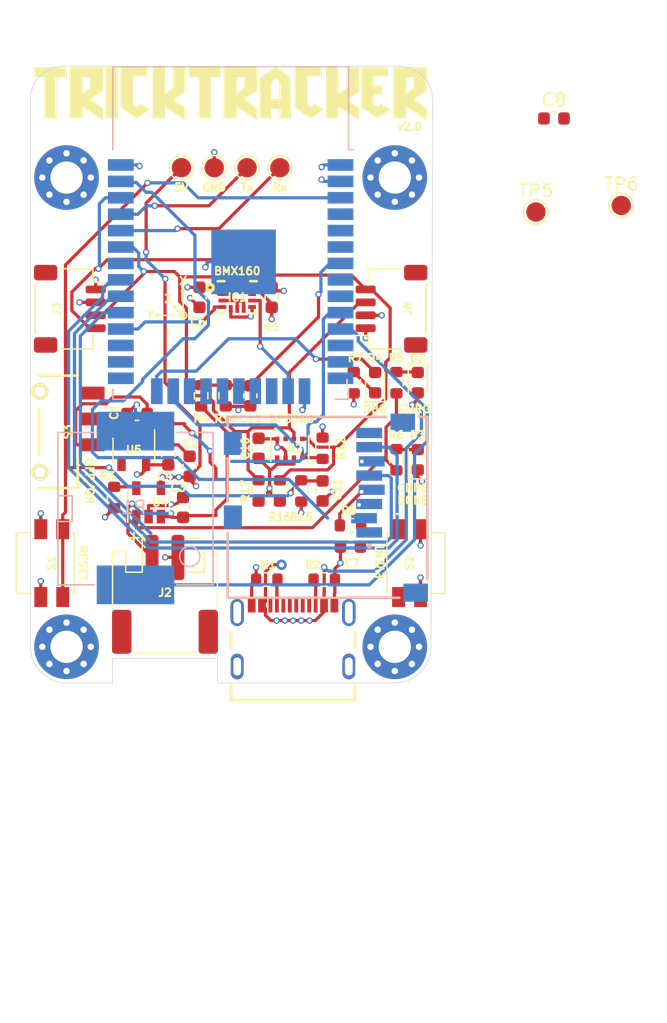
<source format=kicad_pcb>
(kicad_pcb (version 20211014) (generator pcbnew)
  (layers (0 "F.Cu" signal) (1 "In1.Cu" power) (2 "In2.Cu" power) (31 "B.Cu" signal) (34 "B.Paste" user) (35 "F.Paste" user) (36 "B.SilkS" user "B.Silkscreen") (37 "F.SilkS" user "F.Silkscreen") (38 "B.Mask" user) (39 "F.Mask" user) (44 "Edge.Cuts" user))
  (net 0 "")
  (net 1 "+3V3")
  (net 5 "GND")
  (net 6 "/VBUS")
  (net 7 "/VBAT")
  (net 8 "Net-(D2-Pad1)")
  (net 9 "Net-(D3-Pad2)")
  (net 12 "Net-(R3-Pad1)")
  (net 13 "/STAT")
  (net 15 "/SCL")
  (net 16 "/SDA")
  (net 17 "/BOOT")
  (net 18 "/PRESS_INT")
  (net 19 "/BTN")
  (net 20 "/Tx")
  (net 21 "/Rx")
  (net 24 "/EN")
  (net 26 "/BAT_SENS")
  (net 27 "Net-(J1-PadA5)")
  (net 28 "Net-(J1-PadB5)")
  (net 29 "Net-(D4-Pad2)")
  (net 30 "Net-(D4-Pad1)")
  (net 31 "/CS")
  (net 32 "/MOSI")
  (net 33 "/MISO")
  (net 34 "/SD_DETECT")
  (net 35 "/ESP_EN")
  (net 36 "Net-(P1-Pad1)")
  (net 41 "/CLK")
  (net 44 "/BMX_INT2")
  (net 45 "/BMX_INT1")
  (net 61 "unconnected-(J4-Pad1)")
  (net 65 "unconnected-(U3-Pad16)")
  (footprint "DPS368XTSA1:XDCR_DPS368XTSA1" (layer "F.Cu") (at 150.114 118.872 90)
    (fp_text reference "U2")
    (fp_text value "DPS368XTSA1")
  )
  (footprint "Package_TO_SOT_SMD:SOT-23-5" (layer "F.Cu") (at 139.192 123.063 90)
    (fp_text reference "U4")
    (fp_text value "MCP73831/OT")
  )
  (footprint "USB4105-GF-A:GCT_USB4105-GF-A" (layer "F.Cu") (at 150.368 135.763)
    (fp_text reference "J1" hide)
    (fp_text value "USB4105-GF-A")
  )
  (footprint "Connector_JST:JST_PH_S2B-PH-SM4-TB_1x02-1MP_P2.00mm_Horizontal" (layer "F.Cu") (at 140.462 130.175)
    (fp_text reference "J2")
    (fp_text value "S2B-PH-K")
  )
  (footprint "Capacitor_SMD:C_0603_1608Metric" (layer "F.Cu") (at 138.303 116.205 180)
    (fp_text reference "C1")
    (fp_text value "10µF")
  )
  (footprint "Capacitor_SMD:C_0603_1608Metric" (layer "F.Cu") (at 142.367 120.269 90)
    (fp_text reference "C2")
    (fp_text value "10µF")
  )
  (footprint "Capacitor_SMD:C_0603_1608Metric" (layer "F.Cu") (at 141.859 123.444 90)
    (fp_text reference "C3")
    (fp_text value "10µF")
  )
  (footprint "Capacitor_SMD:C_0603_1608Metric" (layer "F.Cu") (at 140.716 119.38 90)
    (fp_text reference "C4")
    (fp_text value "10µF")
  )
  (footprint "LED_SMD:LED_0603_1608Metric" (layer "F.Cu") (at 160.02 113.792 -90)
    (fp_text reference "D2")
    (fp_text value "RED")
  )
  (footprint "LED_SMD:LED_0603_1608Metric" (layer "F.Cu") (at 160.02 119.761 90)
    (fp_text reference "D3")
    (fp_text value "GREEN")
  )
  (footprint "Resistor_SMD:R_0603_1608Metric" (layer "F.Cu") (at 148.336 129.032)
    (fp_text reference "R1")
    (fp_text value "5k1")
  )
  (footprint "Resistor_SMD:R_0603_1608Metric" (layer "F.Cu") (at 152.781 129.032 180)
    (fp_text reference "R2")
    (fp_text value "5k1")
  )
  (footprint "Resistor_SMD:R_0603_1608Metric" (layer "F.Cu") (at 136.525 122.682 -90)
    (fp_text reference "R3")
    (fp_text value "2k")
  )
  (footprint "Resistor_SMD:R_0603_1608Metric" (layer "F.Cu") (at 158.369 113.792 90)
    (fp_text reference "R5")
    (fp_text value "1k")
  )
  (footprint "Resistor_SMD:R_0603_1608Metric" (layer "F.Cu") (at 158.369 119.761 90)
    (fp_text reference "R6")
    (fp_text value "1k")
  )
  (footprint "Package_TO_SOT_SMD:SOT-23-5" (layer "F.Cu") (at 138.049 118.999 -90)
    (fp_text reference "U5")
    (fp_text value "MIC5504-3.3YM5")
  )
  (footprint "Connector_JST:JST_SH_SM04B-SRSS-TB_1x04-1MP_P1.00mm_Horizontal" (layer "F.Cu") (at 133.096 108.077 -90)
    (fp_text reference "J3")
    (fp_text value "QWiiC")
  )
  (footprint "Capacitor_SMD:C_0603_1608Metric" (layer "F.Cu") (at 147.701 118.872 90)
    (fp_text reference "C10")
    (fp_text value "0.1µF")
  )
  (footprint "Capacitor_SMD:C_0603_1608Metric" (layer "F.Cu") (at 152.654 122.174 -90)
    (fp_text reference "C11")
    (fp_text value "0.1µF")
  )
  (footprint "Resistor_SMD:R_0603_1608Metric" (layer "F.Cu") (at 152.654 118.872 -90)
    (fp_text reference "R12")
    (fp_text value "100k")
  )
  (footprint "Resistor_SMD:R_0603_1608Metric" (layer "F.Cu") (at 151.003 122.174 -90)
    (fp_text reference "R15")
    (fp_text value "10k")
  )
  (footprint "Resistor_SMD:R_0603_1608Metric" (layer "F.Cu") (at 149.352 122.174 -90)
    (fp_text reference "R16")
    (fp_text value "10k")
  )
  (footprint "Resistor_SMD:R_0603_1608Metric" (layer "F.Cu") (at 147.701 122.174 -90)
    (fp_text reference "R17")
    (fp_text value "10k")
  )
  (footprint "EVQ-PUA02K:EVQPUA02K" (layer "F.Cu") (at 131.699 127.762 -90)
    (fp_text reference "S1")
    (fp_text value "EVQ-PUA02K" hide)
  )
  (footprint "EVQ-PUA02K:EVQPUA02K" (layer "F.Cu") (at 159.385 127.762 90)
    (fp_text reference "S2")
    (fp_text value "EVQ-PUA02K" hide)
  )
  (footprint "MountingHole:MountingHole_2.5mm_Pad_Via" (layer "F.Cu") (at 132.842 134.239)
    (fp_text reference "H1" hide)
    (fp_text value "MountingHole")
  )
  (footprint "MountingHole:MountingHole_2.5mm_Pad_Via" (layer "F.Cu") (at 158.242 134.239)
    (fp_text reference "H2" hide)
    (fp_text value "MountingHole")
  )
  (footprint "450405020524:450405020524" (layer "F.Cu") (at 132.207 117.602 -90)
    (fp_text reference "S3")
    (fp_text value "450405020524" hide)
  )
  (footprint "Capacitor_SMD:C_0603_1608Metric" (layer "F.Cu") (at 147.066 114.808 -90)
    (fp_text reference "C12")
    (fp_text value "0.1µF")
  )
  (footprint "Resistor_SMD:R_0603_1608Metric" (layer "F.Cu") (at 143.256 114.808 90)
    (fp_text reference "R4")
    (fp_text value "806k")
  )
  (footprint "Resistor_SMD:R_0603_1608Metric" (layer "F.Cu") (at 145.161 114.808 90)
    (fp_text reference "R18")
    (fp_text value "2M")
  )
  (footprint "LED_SMD:LED_0603_1608Metric" (layer "F.Cu") (at 156.718 113.792 90)
    (fp_text reference "D4")
    (fp_text value "GREEN")
  )
  (footprint "MountingHole:MountingHole_2.5mm_Pad_Via" (layer "F.Cu") (at 132.842 97.917)
    (fp_text reference "H3" hide)
    (fp_text value "MountingHole")
  )
  (footprint "MountingHole:MountingHole_2.5mm_Pad_Via" (layer "F.Cu") (at 158.242 97.917)
    (fp_text reference "H4" hide)
    (fp_text value "MountingHole")
  )
  (footprint "Resistor_SMD:R_0603_1608Metric" (layer "F.Cu") (at 155.067 113.792 90)
    (fp_text reference "R7")
    (fp_text value "470")
  )
  (footprint "Connector_JST:JST_SH_SM04B-SRSS-TB_1x04-1MP_P1.00mm_Horizontal" (layer "F.Cu") (at 157.988 108.077 90)
    (fp_text reference "J6")
    (fp_text value "QWiiC")
  )
  (footprint "TestPoint:TestPoint_Pad_D1.5mm" (layer "F.Cu") (at 141.732 97.155)
    (fp_text reference "TP1" hide)
    (fp_text value "TestPoint")
  )
  (footprint "TestPoint:TestPoint_Pad_D1.5mm" (layer "F.Cu") (at 144.272 97.155)
    (fp_text reference "TP2" hide)
    (fp_text value "TestPoint")
  )
  (footprint "TestPoint:TestPoint_Pad_D1.5mm" (layer "F.Cu") (at 149.352 97.155 90)
    (fp_text reference "TP4" hide)
    (fp_text value "TestPoint")
  )
  (footprint "logo:logo" (layer "F.Cu") (at 145.542 91.44)
    (fp_text reference "G***" hide)
    (fp_text value "LOGO" hide)
  )
  (footprint "TestPoint:TestPoint_Pad_D1.5mm" (layer "F.Cu") (at 146.812 97.155 90)
    (fp_text reference "TP3" hide)
    (fp_text value "TestPoint")
  )
  (footprint "Capacitor_SMD:C_0603_1608Metric" (layer "F.Cu") (at 148.717 107.188 90)
    (fp_text reference "C5")
    (fp_text value "0.1µF")
  )
  (footprint "Capacitor_SMD:C_0603_1608Metric" (layer "F.Cu") (at 143.129 107.188 90)
    (fp_text reference "C6")
    (fp_text value "0.1µF")
  )
  (footprint "BMX160:PQFN50P300X250X88-14N" (layer "F.Cu") (at 146.05 107.188)
    (fp_text reference "IC1")
    (fp_text value "BMX160" hide)
  )
  (footprint "Capacitor_SMD:C_0603_1608Metric" (layer "F.Cu") (at 154.813 126.492 180)
    (fp_text reference "C7")
    (fp_text value "0.1µF")
  )
  (footprint "Capacitor_SMD:C_0603_1608Metric" (layer "F.Cu") (at 170.561 93.345)
    (fp_text reference "C8")
    (fp_text value "10µF")
  )
  (footprint "TestPoint:TestPoint_Pad_D1.5mm" (layer "F.Cu") (at 175.768 100.076)
    (fp_text reference "TP6")
    (fp_text value "TestPoint")
  )
  (footprint "TestPoint:TestPoint_Pad_D1.5mm" (layer "F.Cu") (at 169.164 100.584)
    (fp_text reference "TP5")
    (fp_text value "TestPoint")
  )
  (footprint "Resistor_SMD:R_0603_1608Metric" (layer "F.Cu") (at 154.813 124.841 180)
    (fp_text reference "R8")
    (fp_text value "10k")
  )
  (footprint "MEM2061-01-188-00-A_REVA:GCT_MEM2061-01-188-00-A_REVA" (layer "B.Cu") (at 153.035 123.444 -90)
    (fp_text reference "J4")
    (fp_text value "MEM2061-01-188-00-A_REVA")
  )
  (footprint "SMTB-1240-S-R:SMTB-1240-S-R" (layer "B.Cu") (at 138.176 123.444)
    (fp_text reference "P1")
    (fp_text value "SMTB-1240-S-R")
  )
  (footprint "RF_Module:ESP32-WROOM-32" (layer "B.Cu") (at 145.542 105.199 180)
    (fp_text reference "U3" hide)
    (fp_text value "ESP32-WROOM-32")
  )
  (gr_line (start 141.732 106.68) (end 141.859 106.426) (layer "F.SilkS") (width 0.12))
  (gr_line (start 141.986 106.68) (end 141.732 106.68) (layer "F.SilkS") (width 0.12))
  (gr_line (start 141.351 108.585) (end 139.7 108.585) (layer "F.SilkS") (width 0.12))
  (gr_line (start 139.954 108.458) (end 139.954 108.712) (layer "F.SilkS") (width 0.12))
  (gr_line (start 139.7 108.585) (end 139.954 108.458) (layer "F.SilkS") (width 0.12))
  (gr_line (start 139.7 108.585) (end 139.954 108.712) (layer "F.SilkS") (width 0.12))
  (gr_line (start 139.954 108.712) (end 139.7 108.585) (layer "F.SilkS") (width 0.12))
  (gr_line (start 141.351 107.95) (end 141.097 107.823) (layer "F.SilkS") (width 0.12))
  (gr_line (start 141.859 108.077) (end 141.859 106.426) (layer "F.SilkS") (width 0.12))
  (gr_line (start 141.224 108.077) (end 141.351 107.95) (layer "F.SilkS") (width 0.12))
  (gr_line (start 141.097 107.823) (end 141.224 108.077) (layer "F.SilkS") (width 0.12))
  (gr_line (start 141.859 108.585) (end 141.097 107.823) (layer "F.SilkS") (width 0.12))
  (gr_circle (center 141.859 108.585) (end 141.859 108.712) (layer "F.SilkS") (width 0.12) (fill none))
  (gr_line (start 141.859 106.426) (end 141.986 106.68) (layer "F.SilkS") (width 0.12))
  (gr_line (start 141.859 106.426) (end 141.732 106.68) (layer "F.SilkS") (width 0.12))
  (gr_circle (center 141.859 108.585) (end 141.986 108.839) (layer "F.SilkS") (width 0.12) (fill none))
  (gr_line (start 130.048 134.239) (end 130.048 123.444) (layer "Edge.Cuts") (width 0.05))
  (gr_line (start 161.182146 91.948) (end 161.036 134.239) (layer "Edge.Cuts") (width 0.05))
  (gr_line (start 130.048 123.444) (end 130.048 117.348) (layer "Edge.Cuts") (width 0.05))
  (gr_line (start 130.048 117.348) (end 130.048 91.839051) (layer "Edge.Cuts") (width 0.05))
  (gr_line (start 144.526 135.128) (end 136.398 135.128) (layer "Edge.Cuts") (width 0.05))
  (gr_line (start 144.526 137.033) (end 144.526 137.033) (layer "Edge.Cuts") (width 0.05))
  (gr_line (start 144.526 137.033) (end 144.526 137.033) (layer "Edge.Cuts") (width 0.05))
  (gr_line (start 136.398 137.033) (end 132.842 137.033) (layer "Edge.Cuts") (width 0.05))
  (gr_line (start 144.526 135.128) (end 144.526 137.033) (layer "Edge.Cuts") (width 0.05))
  (gr_line (start 136.398 135.128) (end 136.398 137.033) (layer "Edge.Cuts") (width 0.05))
  (gr_line (start 132.588 89.299051) (end 158.369 89.299051) (layer "Edge.Cuts") (width 0.05))
  (gr_arc (start 130.048 91.839051) (mid 130.791949 90.043) (end 132.588 89.299051) (layer "Edge.Cuts") (width 0.05))
  (gr_arc (start 161.036 134.239) (mid 160.217656 136.214656) (end 158.242 137.033) (layer "Edge.Cuts") (width 0.05))
  (gr_line (start 158.242 137.033) (end 144.526 137.033) (layer "Edge.Cuts") (width 0.05))
  (gr_arc (start 158.369 89.299051) (mid 160.347653 90.015985) (end 161.182146 91.948) (layer "Edge.Cuts") (width 0.05))
  (gr_arc (start 132.842 137.033) (mid 130.866344 136.214656) (end 130.048 134.239) (layer "Edge.Cuts") (width 0.05))
  (gr_text "Rx" (at 149.352 98.679) (layer "F.SilkS") (effects (font (size 0.6 0.6))))
  (gr_text "EVENT" (at 157.099 127.635 90) (layer "F.SilkS") (effects (font (size 0.6 0.6))))
  (gr_text "v2.0" (at 159.385 93.98) (layer "F.SilkS") (effects (font (size 0.6 0.6))))
  (gr_text "CHRG" (at 159.766 115.824) (layer "F.SilkS") (effects (font (size 0.6 0.6))))
  (gr_text "Tx" (at 146.812 98.679) (layer "F.SilkS") (effects (font (size 0.6 0.6))))
  (gr_text "OFF/ON" (at 134.62 121.412 270) (layer "F.SilkS") (effects (font (size 0.6 0.6))))
  (gr_text "RESET" (at 134.112 127.762 270) (layer "F.SilkS") (effects (font (size 0.6 0.6))))
  (gr_text "DBG" (at 156.718 115.824) (layer "F.SilkS") (effects (font (size 0.6 0.6))))
  (gr_text "GND" (at 144.272 98.679) (layer "F.SilkS") (effects (font (size 0.6 0.6))))
  (gr_text "Z" (at 140.716 107.315) (layer "F.SilkS") (effects (font (size 0.6 0.6))))
  (gr_text "X" (at 141.859 105.918) (layer "F.SilkS") (effects (font (size 0.6 0.6))))
  (gr_text "BMX160" (at 146.05 105.156) (layer "F.SilkS") (effects (font (size 0.6 0.6))))
  (gr_text "+" (at 138.049 125.73) (layer "F.SilkS") (effects (font (size 1 1))))
  (gr_text "Y" (at 139.319 108.585) (layer "F.SilkS") (effects (font (size 0.6 0.6))))
  (gr_text "DPS368" (at 150.241 116.586) (layer "F.SilkS") (effects (font (size 0.6 0.6))))
  (gr_text "CHRG\nDONE" (at 159.639 122.428) (layer "F.SilkS") (effects (font (size 0.6 0.6))))
  (gr_text "-" (at 142.748 125.73) (layer "F.SilkS") (effects (font (size 1 1))))
  (gr_text "5V" (at 141.732 98.679) (layer "F.SilkS") (effects (font (size 0.6 0.6))))
  (segment (start 155.992 108.581) (end 155.988 108.577) (width 0.25) (layer "F.Cu") (net 1))
  (segment (start 149.139 120.0972) (end 149.1391 120.0973) (width 0.25) (layer "F.Cu") (net 1))
  (segment (start 148.717 107.6802) (end 147.9157 106.8789) (width 0.25) (layer "F.Cu") (net 1))
  (segment (start 149.352 122.999) (end 148.5265 122.1735) (width 0.25) (layer "F.Cu") (net 1))
  (segment (start 150.439 119.597) (end 150.439 120.0973) (width 0.25) (layer "F.Cu") (net 1))
  (segment (start 148.7395 120.4968) (end 149.139 120.0973) (width 0.25) (layer "F.Cu") (net 1))
  (segment (start 145.55 108.088) (end 145.55 108.7133) (width 0.25) (layer "F.Cu") (net 1))
  (segment (start 138.5953 120.8945) (end 138.2966 120.8945) (width 0.25) (layer "F.Cu") (net 1))
  (segment (start 148.717 108.8733) (end 148.717 107.963) (width 0.25) (layer "F.Cu") (net 1))
  (segment (start 148.5265 122.1735) (end 148.5508 122.1492) (width 0.25) (layer "F.Cu") (net 1))
  (segment (start 149.1391 120.0973) (end 150.439 120.0973) (width 0.25) (layer "F.Cu") (net 1))
  (segment (start 148.5265 122.1735) (end 147.701 122.999) (width 0.25) (layer "F.Cu") (net 1))
  (segment (start 139.055 120.155) (end 140.716 120.155) (width 0.25) (layer "F.Cu") (net 1))
  (segment (start 147.0063 108.574) (end 147.0984 108.6661) (width 0.25) (layer "F.Cu") (net 1))
  (segment (start 146.801 105.9233) (end 146.55 106.1743) (width 0.25) (layer "F.Cu") (net 1))
  (segment (start 149.139 119.9847) (end 149.139 120.0972) (width 0.25) (layer "F.Cu") (net 1))
  (segment (start 147.9157 106.2354) (end 147.6036 105.9233) (width 0.25) (layer "F.Cu") (net 1))
  (segment (start 148.5508 120.4968) (end 147.701 119.647) (width 0.25) (layer "F.Cu") (net 1))
  (segment (start 138.999 120.099) (end 139.055 120.155) (width 0.25) (layer "F.Cu") (net 1))
  (segment (start 149.139 120.0972) (end 149.139 120.0973) (width 0.25) (layer "F.Cu") (net 1))
  (segment (start 138.999 120.099) (end 138.999 120.4908) (width 0.25) (layer "F.Cu") (net 1))
  (segment (start 149.139 119.597) (end 149.139 119.9847) (width 0.25) (layer "F.Cu") (net 1))
  (segment (start 148.717 107.963) (end 148.717 107.6802) (width 0.25) (layer "F.Cu") (net 1))
  (segment (start 146.867 108.7133) (end 147.0063 108.574) (width 0.25) (layer "F.Cu") (net 1))
  (segment (start 148.5508 120.4968) (end 148.7395 120.4968) (width 0.25) (layer "F.Cu") (net 1))
  (segment (start 146.55 106.1743) (end 146.55 106.288) (width 0.25) (layer "F.Cu") (net 1))
  (segment (start 147.9157 106.8789) (end 147.9157 106.2354) (width 0.25) (layer "F.Cu") (net 1))
  (segment (start 151.003 123.8517) (end 151.003 122.999) (width 0.25) (layer "F.Cu") (net 1))
  (segment (start 147.0063 108.574) (end 147.2 108.3803) (width 0.25) (layer "F.Cu") (net 1))
  (segment (start 153.988 123.9286) (end 153.988 124.841) (width 0.25) (layer "F.Cu") (net 1))
  (segment (start 148.5508 121.968) (end 148.5508 120.4968) (width 0.25) (layer "F.Cu") (net 1))
  (segment (start 147.6036 105.9233) (end 146.801 105.9233) (width 0.25) (layer "F.Cu") (net 1))
  (segment (start 157.2242 108.581) (end 155.992 108.581) (width 0.25) (layer "F.Cu") (net 1))
  (segment (start 148.5508 122.1492) (end 148.5508 121.968) (width 0.25) (layer "F.Cu") (net 1))
  (segment (start 145.55 108.7133) (end 146.867 108.7133) (width 0.25) (layer "F.Cu") (net 1))
  (segment (start 155.6771 122.2395) (end 153.988 123.9286) (width 0.25) (layer "F.Cu") (net 1))
  (segment (start 147.2 108.3803) (end 147.2 107.938) (width 0.25) (layer "F.Cu") (net 1))
  (segment (start 138.999 120.4908) (end 138.5953 120.8945) (width 0.25) (layer "F.Cu") (net 1))
  (segment (start 143.129 107.963) (end 142.4064 107.2404) (width 0.25) (layer "F.Cu") (net 1))
  (segment (start 135.096 107.577) (end 133.8505 107.577) (width 0.25) (layer "F.Cu") (net 1))
  (via (at 157.2242 108.581) (size 0.5) (drill 0.3) (layers "F.Cu" "B.Cu") (net 1))
  (via (at 155.6771 122.2395) (size 0.5) (drill 0.3) (layers "F.Cu" "B.Cu") (net 1))
  (via (at 152.5778 98.0751) (size 0.5) (drill 0.3) (layers "F.Cu" "B.Cu") (net 1))
  (via (at 148.717 108.8733) (size 0.5) (drill 0.3) (layers "F.Cu" "B.Cu") (net 1))
  (via (at 151.003 123.8517) (size 0.5) (drill 0.3) (layers "F.Cu" "B.Cu") (net 1))
  (via (at 148.5508 121.968) (size 0.5) (drill 0.3) (layers "F.Cu" "B.Cu") (net 1))
  (via (at 147.0984 108.6661) (size 0.5) (drill 0.3) (layers "F.Cu" "B.Cu") (net 1))
  (via (at 133.8505 107.577) (size 0.5) (drill 0.3) (layers "F.Cu" "B.Cu") (net 1))
  (via (at 142.4064 107.2404) (size 0.5) (drill 0.3) (layers "F.Cu" "B.Cu") (net 1))
  (via (at 138.2966 120.8945) (size 0.5) (drill 0.3) (layers "F.Cu" "B.Cu") (net 1))
  (segment (start 154.042 98.214) (end 152.7167 98.214) (width 0.25) (layer "B.Cu") (net 1))
  (segment (start 155.8197 122.0969) (end 155.8197 122.084) (width 0.25) (layer "B.Cu") (net 1))
  (segment (start 155.6771 122.2395) (end 155.8197 122.0969) (width 0.25) (layer "B.Cu") (net 1))
  (segment (start 156.895 122.084) (end 155.8197 122.084) (width 0.25) (layer "B.Cu") (net 1))
  (segment (start 152.7167 98.214) (end 152.5778 98.0751) (width 0.25) (layer "B.Cu") (net 1))
  (segment (start 155.988 110.3437) (end 155.988 109.577) (width 0.25) (layer "F.Cu") (net 5))
  (segment (start 146.55 108.088) (end 146.55 107.4627) (width 0.25) (layer "F.Cu") (net 5))
  (segment (start 155.067 115.4743) (end 155.067 114.617) (width 0.25) (layer "F.Cu") (net 5))
  (segment (start 138.2781 115.4951) (end 138.2379 115.4951) (width 0.25) (layer "F.Cu") (net 5))
  (segment (start 138.049 117.899) (end 138.049 118.7543) (width 0.25) (layer "F.Cu") (net 5))
  (segment (start 144.9 107.438) (end 145.5253 107.438) (width 0.25) (layer "F.Cu") (net 5))
  (segment (start 139.192 123.3077) (end 140.824 123.3077) (width 0.25) (layer "F.Cu") (net 5))
  (segment (start 140.716 118.605) (end 141.478 118.605) (width 0.25) (layer "F.Cu") (net 5))
  (segment (start 147.016 115.633) (end 147.066 115.583) (width 0.25) (layer "F.Cu") (net 5))
  (segment (start 135.096 106.577) (end 135.096 105.8229) (width 0.25) (layer "F.Cu") (net 5))
  (segment (start 146.0253 107.438) (end 146.05 107.4627) (width 0.25) (layer "F.Cu") (net 5))
  (segment (start 149.1592 118.6675) (end 149.139 118.6473) (width 0.25) (layer "F.Cu") (net 5))
  (segment (start 153.606 129.032) (end 153.606 130.0697) (width 0.25) (layer "F.Cu") (net 5))
  (segment (start 137.528 116.205) (end 138.049 116.726) (width 0.25) (layer "F.Cu") (net 5))
  (segment (start 135.8224 124.2096) (end 136.525 123.507) (width 0.25) (layer "F.Cu") (net 5))
  (segment (start 146.05 108.088) (end 146.05 107.4627) (width 0.25) (layer "F.Cu") (net 5))
  (segment (start 139.192 124.163) (end 139.192 123.3077) (width 0.25) (layer "F.Cu") (net 5))
  (segment (start 145.5253 107.438) (end 146.0253 107.438) (width 0.25) (layer "F.Cu") (net 5))
  (segment (start 141.3214 123.2066) (end 140.9251 123.2066) (width 0.25) (layer "F.Cu") (net 5))
  (segment (start 149.5081 118.8158) (end 149.1592 118.8158) (width 0.25) (layer "F.Cu") (net 5))
  (segment (start 144.2497 106.413) (end 144.2747 106.438) (width 0.25) (layer "F.Cu") (net 5))
  (segment (start 140.824 123.3077) (end 140.9251 123.2066) (width 0.25) (layer "F.Cu") (net 5))
  (segment (start 147.511 129.032) (end 147.511 128.0861) (width 0.25) (layer "F.Cu") (net 5))
  (segment (start 153.606 130.0697) (end 153.568 130.1077) (width 0.25) (layer "F.Cu") (net 5))
  (segment (start 141.478 118.605) (end 142.367 119.494) (width 0.25) (layer "F.Cu") (net 5))
  (segment (start 146.1346 115.633) (end 147.016 115.633) (width 0.25) (layer "F.Cu") (net 5))
  (segment (start 141.462 127.325) (end 141.4472 127.3102) (width 0.25) (layer "F.Cu") (net 5))
  (segment (start 160.02 121.1141) (end 160.3471 121.4412) (width 0.25) (layer "F.Cu") (net 5))
  (segment (start 130.849 129.159) (end 130.849 130.387) (width 0.25) (layer "F.Cu") (net 5))
  (segment (start 144.272 97.155) (end 144.272 95.9547) (width 0.25) (layer "F.Cu") (net 5))
  (segment (start 144.7437 106.938) (end 144.9 106.938) (width 0.25) (layer "F.Cu") (net 5))
  (segment (start 138.2379 115.4951) (end 137.528 116.205) (width 0.25) (layer "F.Cu") (net 5))
  (segment (start 160.235 125.137) (end 160.235 126.2373) (width 0.25) (layer "F.Cu") (net 5))
  (segment (start 149.1592 118.8158) (end 149.1592 118.6675) (width 0.25) (layer "F.Cu") (net 5))
  (segment (start 149.789 119.0967) (end 149.5081 118.8158) (width 0.25) (layer "F.Cu") (net 5))
  (segment (start 147.168 129.375) (end 147.168 131.008) (width 0.25) (layer "F.Cu") (net 5))
  (segment (start 130.849 125.137) (end 130.849 123.9112) (width 0.25) (layer "F.Cu") (net 5))
  (segment (start 141.4472 127.3102) (end 140.4752 127.3102) (width 0.25) (layer "F.Cu") (net 5))
  (segment (start 145.161 115.633) (end 146.1346 115.633) (width 0.25) (layer "F.Cu") (net 5))
  (segment (start 149.139 118.147) (end 149.139 118.6473) (width 0.25) (layer "F.Cu") (net 5))
  (segment (start 153.606 128.1919) (end 153.606 129.032) (width 0.25) (layer "F.Cu") (net 5))
  (segment (start 147.511 129.032) (end 147.168 129.375) (width 0.25) (layer "F.Cu") (net 5))
  (segment (start 143.129 106.413) (end 142.2025 106.413) (width 0.25) (layer "F.Cu") (net 5))
  (segment (start 149.789 119.597) (end 149.789 119.0967) (width 0.25) (layer "F.Cu") (net 5))
  (segment (start 149.139 118.147) (end 147.751 118.147) (width 0.25) (layer "F.Cu") (net 5))
  (segment (start 147.751 118.147) (end 147.701 118.097) (width 0.25) (layer "F.Cu") (net 5))
  (segment (start 152.6826 122.949) (end 152.654 122.949) (width 0.25) (layer "F.Cu") (net 5))
  (segment (start 152.654 117.1956) (end 152.654 118.047) (width 0.25) (layer "F.Cu") (net 5))
  (segment (start 138.049 116.726) (end 138.049 117.899) (width 0.25) (layer "F.Cu") (net 5))
  (segment (start 145.5253 106.938) (end 145.5253 107.438) (width 0.25) (layer "F.Cu") (net 5))
  (segment (start 144.7437 106.938) (end 144.5874 106.938) (width 0.25) (layer "F.Cu") (net 5))
  (segment (start 154.038 126.492) (end 154.038 127.7599) (width 0.25) (layer "F.Cu") (net 5))
  (segment (start 144.5874 106.438) (end 144.2747 106.438) (width 0.25) (layer "F.Cu") (net 5))
  (segment (start 144.5874 106.438) (end 144.5874 106.938) (width 0.25) (layer "F.Cu") (net 5))
  (segment (start 160.235 128.8769) (end 160.235 130.387) (width 0.25) (layer "F.Cu") (net 5))
  (segment (start 141.859 122.669) (end 141.3214 123.2066) (width 0.25) (layer "F.Cu") (net 5))
  (segment (start 144.9 106.938) (end 145.5253 106.938) (width 0.25) (layer "F.Cu") (net 5))
  (segment (start 140.5667 118.7543) (end 140.716 118.605) (width 0.25) (layer "F.Cu") (net 5))
  (segment (start 149.6452 106.6872) (end 148.9912 106.6872) (width 0.25) (layer "F.Cu") (net 5))
  (segment (start 138.049 118.7543) (end 140.5667 118.7543) (width 0.25) (layer "F.Cu") (net 5))
  (segment (start 148.9912 106.6872) (end 148.717 106.413) (width 0.25) (layer "F.Cu") (net 5))
  (segment (start 160.02 120.5485) (end 160.02 121.1141) (width 0.25) (layer "F.Cu") (net 5))
  (segment (start 153.3923 122.2393) (end 152.6826 122.949) (width 0.25) (layer "F.Cu") (net 5))
  (segment (start 153.568 131.008) (end 153.568 130.1077) (width 0.25) (layer "F.Cu") (net 5))
  (segment (start 154.038 127.7599) (end 153.606 128.1919) (width 0.25) (layer "F.Cu") (net 5))
  (segment (start 146.1346 115.9148) (end 146.1346 115.633) (width 0.25) (layer "F.Cu") (net 5))
  (segment (start 143.129 106.413) (end 144.2497 106.413) (width 0.25) (layer "F.Cu") (net 5))
  (segment (start 144.9 106.438) (end 144.5874 106.438) (width 0.25) (layer "F.Cu") (net 5))
  (segment (start 160.235 126.2373) (end 160.235 126.3924) (width 0.25) (layer "F.Cu") (net 5))
  (segment (start 146.05 107.4627) (end 146.55 107.4627) (width 0.25) (layer "F.Cu") (net 5))
  (via (at 149.1592 118.8158) (size 0.5) (drill 0.3) (layers "F.Cu" "B.Cu") (net 5))
  (via (at 155.067 115.4743) (size 0.5) (drill 0.3) (layers "F.Cu" "B.Cu") (net 5))
  (via (at 154.038 127.7599) (size 0.5) (drill 0.3) (layers "F.Cu" "B.Cu") (net 5))
  (via (at 151.0918 115.9043) (size 0.5) (drill 0.3) (layers "F.Cu" "B.Cu") (net 5))
  (via (at 153.3923 122.2393) (size 0.5) (drill 0.3) (layers "F.Cu" "B.Cu") (net 5))
  (via (at 135.096 105.8229) (size 0.5) (drill 0.3) (layers "F.Cu" "B.Cu") (net 5))
  (via (at 155.6901 119.8943) (size 0.5) (drill 0.3) (layers "F.Cu" "B.Cu") (net 5))
  (via (at 140.9251 123.2066) (size 0.5) (drill 0.3) (layers "F.Cu" "B.Cu") (net 5))
  (via (at 138.4923 97.028) (size 0.5) (drill 0.3) (layers "F.Cu" "B.Cu") (net 5))
  (via (at 140.4752 127.3102) (size 0.5) (drill 0.3) (layers "F.Cu" "B.Cu") (net 5))
  (via (at 146.1346 115.9148) (size 0.5) (drill 0.3) (layers "F.Cu" "B.Cu") (net 5))
  (via (at 135.8224 124.2096) (size 0.5) (drill 0.3) (layers "F.Cu" "B.Cu") (net 5))
  (via (at 130.849 123.9112) (size 0.5) (drill 0.3) (layers "F.Cu" "B.Cu") (net 5))
  (via (at 160.235 128.8769) (size 0.5) (drill 0.3) (layers "F.Cu" "B.Cu") (net 5))
  (via (at 155.988 110.3437) (size 0.5) (drill 0.3) (layers "F.Cu" "B.Cu") (net 5))
  (via (at 138.2781 115.4951) (size 0.5) (drill 0.3) (layers "F.Cu" "B.Cu") (net 5))
  (via (at 149.6452 106.6872) (size 0.5) (drill 0.3) (layers "F.Cu" "B.Cu") (net 5))
  (via (at 147.511 128.0861) (size 0.5) (drill 0.3) (layers "F.Cu" "B.Cu") (net 5))
  (via (at 143.5889 104.8523) (size 0.5) (drill 0.3) (layers "F.Cu" "B.Cu") (net 5))
  (via (at 142.2025 106.413) (size 0.5) (drill 0.3) (layers "F.Cu" "B.Cu") (net 5))
  (via (at 152.582 97.1071) (size 0.5) (drill 0.3) (layers "F.Cu" "B.Cu") (net 5))
  (via (at 152.654 117.1956) (size 0.5) (drill 0.3) (layers "F.Cu" "B.Cu") (net 5))
  (via (at 160.235 126.3924) (size 0.5) (drill 0.3) (layers "F.Cu" "B.Cu") (net 5))
  (via (at 144.272 95.9547) (size 0.5) (drill 0.3) (layers "F.Cu" "B.Cu") (net 5))
  (via (at 130.849 129.159) (size 0.5) (drill 0.3) (layers "F.Cu" "B.Cu") (net 5))
  (via (at 160.3471 121.4412) (size 0.5) (drill 0.3) (layers "F.Cu" "B.Cu") (net 5))
  (segment (start 155.8094 119.8943) (end 155.8197 119.884) (width 0.25) (layer "B.Cu") (net 5))
  (segment (start 152.582 97.1071) (end 152.7167 96.9724) (width 0.25) (layer "B.Cu") (net 5))
  (segment (start 143.7167 104.7245) (end 143.7167 104.444) (width 0.25) (layer "B.Cu") (net 5))
  (segment (start 151.2168 115.7793) (end 151.257 115.7793) (width 0.25) (layer "B.Cu") (net 5))
  (segment (start 156.895 119.884) (end 155.8197 119.884) (width 0.25) (layer "B.Cu") (net 5))
  (segment (start 138.176 117.544) (end 138.176 115.7187) (width 0.25) (layer "B.Cu") (net 5))
  (segment (start 151.0918 115.9043) (end 151.2168 115.7793) (width 0.25) (layer "B.Cu") (net 5))
  (segment (start 138.4923 97.028) (end 138.4083 96.944) (width 0.25) (layer "B.Cu") (net 5))
  (segment (start 143.5889 104.8523) (end 143.7167 104.7245) (width 0.25) (layer "B.Cu") (net 5))
  (segment (start 151.257 114.454) (end 151.257 115.7793) (width 0.25) (layer "B.Cu") (net 5))
  (segment (start 152.7167 96.9724) (end 152.7167 96.944) (width 0.25) (layer "B.Cu") (net 5))
  (segment (start 155.6901 119.8943) (end 155.8094 119.8943) (width 0.25) (layer "B.Cu") (net 5))
  (segment (start 154.042 96.944) (end 152.7167 96.944) (width 0.25) (layer "B.Cu") (net 5))
  (segment (start 138.4083 96.944) (end 137.042 96.944) (width 0.25) (layer "B.Cu") (net 5))
  (segment (start 138.2781 115.4951) (end 138.2781 115.6166) (width 0.25) (layer "B.Cu") (net 5))
  (segment (start 146.542 104.444) (end 143.7167 104.444) (width 0.25) (layer "B.Cu") (net 5))
  (segment (start 138.2781 115.6166) (end 138.176 115.7187) (width 0.25) (layer "B.Cu") (net 5))
  (segment (start 148.642978 132.207) (end 149.098 132.207) (width 0.25) (layer "F.Cu") (net 6))
  (segment (start 147.968 131.008) (end 148.243489 131.283489) (width 0.25) (layer "F.Cu") (net 6))
  (segment (start 143.1683 117.1166) (end 143.1683 120.2427) (width 0.25) (layer "F.Cu") (net 6))
  (segment (start 142.367 121.044) (end 142.367 121.303377) (width 0.25) (layer "F.Cu") (net 6))
  (segment (start 152.093022 132.207) (end 152.768 131.532022) (width 0.25) (layer "F.Cu") (net 6))
  (segment (start 160.02 115.0788) (end 159.5882 115.5106) (width 0.25) (layer "F.Cu") (net 6))
  (segment (start 141.5283 121.1077) (end 142.3033 121.1077) (width 0.25) (layer "F.Cu") (net 6))
  (segment (start 141.097 114.4252) (end 141.097 115.0453) (width 0.25) (layer "F.Cu") (net 6))
  (segment (start 142.3033 121.1077) (end 142.367 121.044) (width 0.25) (layer "F.Cu") (net 6))
  (segment (start 151.638 132.207) (end 152.093022 132.207) (width 0.25) (layer "F.Cu") (net 6))
  (segment (start 148.23552 130.74048) (end 148.23552 128.427137) (width 0.25) (layer "F.Cu") (net 6))
  (segment (start 150.368 132.207) (end 151.003 132.207) (width 0.25) (layer "F.Cu") (net 6))
  (segment (start 141.097 114.4252) (end 140.462 113.7902) (width 0.25) (layer "F.Cu") (net 6))
  (segment (start 148.23552 128.427137) (end 148.773657 127.889) (width 0.25) (layer "F.Cu") (net 6))
  (segment (start 152.768 131.008) (end 152.768 130.1077) (width 0.25) (layer "F.Cu") (net 6))
  (segment (start 140.462 113.7902) (end 140.462 105.7842) (width 0.25) (layer "F.Cu") (net 6))
  (segment (start 149.098 132.207) (end 149.733 132.207) (width 0.25) (layer "F.Cu") (net 6))
  (segment (start 139.0003 103.6877) (end 139.0003 99.8867) (width 0.25) (layer "F.Cu") (net 6))
  (segment (start 139.0003 99.8867) (end 141.732 97.155) (width 0.25) (layer "F.Cu") (net 6))
  (segment (start 140.142 121.1077) (end 140.2583 121.1077) (width 0.25) (layer "F.Cu") (net 6))
  (segment (start 148.243489 131.807511) (end 148.642978 132.207) (width 0.25) (layer "F.Cu") (net 6))
  (segment (start 147.968 131.008) (end 148.23552 130.74048) (width 0.25) (layer "F.Cu") (net 6))
  (segment (start 152.781 130.0947) (end 152.768 130.1077) (width 0.25) (layer "F.Cu") (net 6))
  (segment (start 142.367 121.303377) (end 142.869245 121.805622) (width 0.25) (layer "F.Cu") (net 6))
  (segment (start 152.768 131.532022) (end 152.768 131.008) (width 0.25) (layer "F.Cu") (net 6))
  (segment (start 141.097 114.17) (end 141.097 114.4252) (width 0.25) (layer "F.Cu") (net 6))
  (segment (start 140.142 121.963) (end 140.142 121.1077) (width 0.25) (layer "F.Cu") (net 6))
  (segment (start 151.003 132.207) (end 151.638 132.207) (width 0.25) (layer "F.Cu") (net 6))
  (segment (start 143.1683 120.2427) (end 142.367 121.044) (width 0.25) (layer "F.Cu") (net 6))
  (segment (start 141.097 115.0453) (end 143.1683 117.1166) (width 0.25) (layer "F.Cu") (net 6))
  (segment (start 140.2583 121.1077) (end 140.8933 121.1077) (width 0.25) (layer "F.Cu") (net 6))
  (segment (start 140.8933 121.1077) (end 141.5283 121.1077) (width 0.25) (layer "F.Cu") (net 6))
  (segment (start 140.462 105.7842) (end 140.4822 105.764) (width 0.25) (layer "F.Cu") (net 6))
  (segment (start 148.243489 131.283489) (end 148.243489 131.807511) (width 0.25) (layer "F.Cu") (net 6))
  (segment (start 149.733 132.207) (end 150.368 132.207) (width 0.25) (layer "F.Cu") (net 6))
  (segment (start 148.773657 127.889) (end 149.479 127.889) (width 0.25) (layer "F.Cu") (net 6))
  (segment (start 152.781 128.0806) (end 152.781 130.0947) (width 0.25) (layer "F.Cu") (net 6))
  (segment (start 160.02 114.5795) (end 160.02 115.0788) (width 0.25) (layer "F.Cu") (net 6))
  (via (at 140.8933 121.1077) (size 0.5) (drill 0.3) (layers "F.Cu" "B.Cu") (net 6))
  (via (at 151.638 132.207) (size 0.5) (drill 0.3) (layers "F.Cu" "B.Cu") (net 6))
  (via (at 151.003 132.207) (size 0.5) (drill 0.3) (layers "F.Cu" "B.Cu") (net 6))
  (via (at 140.4822 105.764) (size 0.5) (drill 0.3) (layers "F.Cu" "B.Cu") (net 6))
  (via (at 149.479 127.889) (size 0.8) (drill 0.4) (layers "F.Cu" "B.Cu") (net 6))
  (via (at 149.733 132.207) (size 0.5) (drill 0.3) (layers "F.Cu" "B.Cu") (net 6))
  (via (at 159.5882 115.5106) (size 0.5) (drill 0.3) (layers "F.Cu" "B.Cu") (net 6))
  (via (at 139.0003 103.6877) (size 0.5) (drill 0.3) (layers "F.Cu" "B.Cu") (net 6))
  (via (at 142.869245 121.805622) (size 0.5) (drill 0.3) (layers "F.Cu" "B.Cu") (net 6))
  (via (at 149.098 132.207) (size 0.5) (drill 0.3) (layers "F.Cu" "B.Cu") (net 6))
  (via (at 140.2583 121.1077) (size 0.5) (drill 0.3) (layers "F.Cu" "B.Cu") (net 6))
  (via (at 150.368 132.207) (size 0.5) (drill 0.3) (layers "F.Cu" "B.Cu") (net 6))
  (via (at 141.5283 121.1077) (size 0.5) (drill 0.3) (layers "F.Cu" "B.Cu") (net 6))
  (via (at 152.781 128.0806) (size 0.5) (drill 0.3) (layers "F.Cu" "B.Cu") (net 6))
  (segment (start 156.6945 128.3799) (end 159.1307 125.9437) (width 0.25) (layer "B.Cu") (net 6))
  (segment (start 159.1307 125.9437) (end 159.1307 118.8634) (width 0.25) (layer "B.Cu") (net 6))
  (segment (start 139.0003 104.2821) (end 139.0003 103.6877) (width 0.25) (layer "B.Cu") (net 6))
  (segment (start 140.4822 105.764) (end 139.0003 104.2821) (width 0.25) (layer "B.Cu") (net 6))
  (segment (start 160.2999 116.0471) (end 159.7634 115.5106) (width 0.25) (layer "B.Cu") (net 6))
  (segment (start 152.781 128.0806) (end 153.0803 128.3799) (width 0.25) (layer "B.Cu") (net 6))
  (segment (start 159.1307 118.8634) (end 160.2999 117.6942) (width 0.25) (layer "B.Cu") (net 6))
  (segment (start 159.7634 115.5106) (end 159.5882 115.5106) (width 0.25) (layer "B.Cu") (net 6))
  (segment (start 153.0803 128.3799) (end 156.6945 128.3799) (width 0.25) (layer "B.Cu") (net 6))
  (segment (start 160.2999 117.6942) (end 160.2999 116.0471) (width 0.25) (layer "B.Cu") (net 6))
  (segment (start 143.5237 124.082) (end 141.996 124.082) (width 0.25) (layer "F.Cu") (net 7))
  (segment (start 140.9811 124.219) (end 140.9251 124.163) (width 0.25) (layer "F.Cu") (net 7))
  (segment (start 144.399 124.082) (end 143.5237 124.082) (width 0.25) (layer "F.Cu") (net 7))
  (segment (start 141.859 124.219) (end 140.9811 124.219) (width 0.25) (layer "F.Cu") (net 7))
  (segment (start 143.256 115.633) (end 145.2744 117.6514) (width 0.25) (layer "F.Cu") (net 7))
  (segment (start 135.9167 115.4274) (end 134.0834 115.4274) (width 0.25) (layer "F.Cu") (net 7))
  (segment (start 142.5697 117.7035) (end 141.9723 117.1061) (width 0.25) (layer "F.Cu") (net 7))
  (segment (start 134.832 118.602) (end 133.5567 118.602) (width 0.25) (layer "F.Cu") (net 7))
  (segment (start 139.462 127.325) (end 137.5916 125.4546) (width 0.25) (layer "F.Cu") (net 7))
  (segment (start 134.0834 115.4274) (end 133.5567 115.9541) (width 0.25) (layer "F.Cu") (net 7))
  (segment (start 145.2744 117.6514) (end 145.2744 122.7689) (width 0.25) (layer "F.Cu") (net 7))
  (segment (start 141.097 116.97) (end 141.9723 116.97) (width 0.25) (layer "F.Cu") (net 7))
  (segment (start 138.999 117.899) (end 138.999 117.0437) (width 0.25) (layer "F.Cu") (net 7))
  (segment (start 143.9517 119.9594) (end 143.9517 119.0855) (width 0.25) (layer "F.Cu") (net 7))
  (segment (start 139.078 116.205) (end 139.078 115.471) (width 0.25) (layer "F.Cu") (net 7))
  (segment (start 141.996 124.082) (end 141.859 124.219) (width 0.25) (layer "F.Cu") (net 7))
  (segment (start 144.399 124.082) (end 144.399 123.6443) (width 0.25) (layer "F.Cu") (net 7))
  (segment (start 145.2744 122.7689) (end 144.399 123.6443) (width 0.25) (layer "F.Cu") (net 7))
  (segment (start 136.4386 114.9055) (end 135.9167 115.4274) (width 0.25) (layer "F.Cu") (net 7))
  (segment (start 137.5916 125.4546) (end 137.5916 123.4915) (width 0.25) (layer "F.Cu") (net 7))
  (segment (start 140.9251 124.163) (end 140.9251 123.907) (width 0.25) (layer "F.Cu") (net 7))
  (segment (start 139.078 115.471) (end 138.5125 114.9055) (width 0.25) (layer "F.Cu") (net 7))
  (segment (start 139.0043 117.0437) (end 138.999 117.0437) (width 0.25) (layer "F.Cu") (net 7))
  (segment (start 139.078 116.97) (end 139.0043 117.0437) (width 0.25) (layer "F.Cu") (net 7))
  (segment (start 144.399 121.282) (end 144.399 120.4067) (width 0.25) (layer "F.Cu") (net 7))
  (segment (start 144.399 120.4067) (end 143.9517 119.9594) (width 0.25) (layer "F.Cu") (net 7))
  (segment (start 139.078 116.97) (end 139.078 116.205) (width 0.25) (layer "F.Cu") (net 7))
  (segment (start 133.5567 115.9541) (end 133.5567 118.602) (width 0.25) (layer "F.Cu") (net 7))
  (segment (start 141.9723 117.1061) (end 141.9723 116.97) (width 0.25) (layer "F.Cu") (net 7))
  (segment (start 140.9251 124.163) (end 140.142 124.163) (width 0.25) (layer "F.Cu") (net 7))
  (segment (start 138.5125 114.9055) (end 136.4386 114.9055) (width 0.25) (layer "F.Cu") (net 7))
  (segment (start 141.097 116.97) (end 139.078 116.97) (width 0.25) (layer "F.Cu") (net 7))
  (segment (start 137.5916 123.4915) (end 137.9197 123.1634) (width 0.25) (layer "F.Cu") (net 7))
  (via (at 142.5697 117.7035) (size 0.5) (drill 0.3) (layers "F.Cu" "B.Cu") (net 7))
  (via (at 140.9251 123.907) (size 0.5) (drill 0.3) (layers "F.Cu" "B.Cu") (net 7))
  (via (at 137.9197 123.1634) (size 0.5) (drill 0.3) (layers "F.Cu" "B.Cu") (net 7))
  (via (at 143.9517 119.0855) (size 0.5) (drill 0.3) (layers "F.Cu" "B.Cu") (net 7))
  (segment (start 140.9251 123.907) (end 138.6633 123.907) (width 0.25) (layer "B.Cu") (net 7))
  (segment (start 138.6633 123.907) (end 137.9197 123.1634) (width 0.25) (layer "B.Cu") (net 7))
  (segment (start 143.9517 119.0855) (end 142.5697 117.7035) (width 0.25) (layer "B.Cu") (net 7))
  (segment (start 159.9825 112.967) (end 160.02 113.0045) (width 0.25) (layer "F.Cu") (net 8))
  (segment (start 158.369 112.967) (end 159.9825 112.967) (width 0.25) (layer "F.Cu") (net 8))
  (segment (start 158.4065 118.9735) (end 160.02 118.9735) (width 0.25) (layer "F.Cu") (net 9))
  (segment (start 158.369 118.936) (end 158.4065 118.9735) (width 0.25) (layer "F.Cu") (net 9))
  (segment (start 136.525 121.857) (end 138.136 121.857) (width 0.25) (layer "F.Cu") (net 12))
  (segment (start 138.136 121.857) (end 138.242 121.963) (width 0.25) (layer "F.Cu") (net 12))
  (segment (start 138.242 124.163) (end 138.242 125.0183) (width 0.25) (layer "F.Cu") (net 13))
  (segment (start 158.369 120.586) (end 157.5655 119.7825) (width 0.25) (layer "F.Cu") (net 13))
  (segment (start 157.5655 119.7825) (end 157.1057 119.7825) (width 0.25) (layer "F.Cu") (net 13))
  (segment (start 157.1057 119.7825) (end 151.8699 125.0183) (width 0.25) (layer "F.Cu") (net 13))
  (segment (start 158.369 116.4312) (end 158.369 114.617) (width 0.25) (layer "F.Cu") (net 13))
  (segment (start 151.8699 125.0183) (end 138.242 125.0183) (width 0.25) (layer "F.Cu") (net 13))
  (segment (start 157.5655 119.7825) (end 157.5655 117.2347) (width 0.25) (layer "F.Cu") (net 13))
  (segment (start 157.5655 117.2347) (end 158.369 116.4312) (width 0.25) (layer "F.Cu") (net 13))
  (segment (start 151.5893 118.2499) (end 151.5893 118.147) (width 0.25) (layer "F.Cu") (net 15))
  (segment (start 155.988 106.577) (end 156.4505 106.577) (width 0.25) (layer "F.Cu") (net 15))
  (segment (start 157.5435 115.034) (end 153.7946 118.7829) (width 0.25) (layer "F.Cu") (net 15))
  (segment (start 157.8818 111.8646) (end 157.5435 112.2029) (width 0.25) (layer "F.Cu") (net 15))
  (segment (start 154.8761 105.4651) (end 155.988 106.577) (width 0.25) (layer "F.Cu") (net 15))
  (segment (start 135.096 109.577) (end 134.6171 109.577) (width 0.25) (layer "F.Cu") (net 15))
  (segment (start 150.1533 120.5477) (end 149.352 121.349) (width 0.25) (layer "F.Cu") (net 15))
  (segment (start 153.5056 118.7829) (end 153.5056 120.0854) (width 0.25) (layer "F.Cu") (net 15))
  (segment (start 153.5056 120.0854) (end 153.0433 120.5477) (width 0.25) (layer "F.Cu") (net 15))
  (segment (start 144.8592 104.2743) (end 146.05 105.4651) (width 0.25) (layer "F.Cu") (net 15))
  (segment (start 135.0583 104.9715) (end 135.3017 104.9715) (width 0.25) (layer "F.Cu") (net 15))
  (segment (start 153.0433 120.5477) (end 150.1533 120.5477) (width 0.25) (layer "F.Cu") (net 15))
  (segment (start 153.7946 118.7829) (end 153.5056 118.7829) (width 0.25) (layer "F.Cu") (net 15))
  (segment (start 146.05 105.4651) (end 154.8761 105.4651) (width 0.25) (layer "F.Cu") (net 15))
  (segment (start 151.089 118.147) (end 151.5893 118.147) (width 0.25) (layer "F.Cu") (net 15))
  (segment (start 157.5435 112.2029) (end 157.5435 115.034) (width 0.25) (layer "F.Cu") (net 15))
  (segment (start 156.4505 106.577) (end 157.8818 108.0083) (width 0.25) (layer "F.Cu") (net 15))
  (segment (start 146.05 106.288) (end 146.05 105.4651) (width 0.25) (layer "F.Cu") (net 15))
  (segment (start 153.5056 118.7829) (end 152.1223 118.7829) (width 0.25) (layer "F.Cu") (net 15))
  (segment (start 133.2556 106.7742) (end 135.0583 104.9715) (width 0.25) (layer "F.Cu") (net 15))
  (segment (start 133.2556 108.2155) (end 133.2556 106.7742) (width 0.25) (layer "F.Cu") (net 15))
  (segment (start 135.3017 104.9715) (end 135.9989 104.2743) (width 0.25) (layer "F.Cu") (net 15))
  (segment (start 157.8818 108.0083) (end 157.8818 111.8646) (width 0.25) (layer "F.Cu") (net 15))
  (segment (start 152.1223 118.7829) (end 151.5893 118.2499) (width 0.25) (layer "F.Cu") (net 15))
  (segment (start 135.9989 104.2743) (end 144.8592 104.2743) (width 0.25) (layer "F.Cu") (net 15))
  (segment (start 134.6171 109.577) (end 133.2556 108.2155) (width 0.25) (layer "F.Cu") (net 15))
  (via (at 135.3017 104.9715) (size 0.5) (drill 0.3) (layers "F.Cu" "B.Cu") (net 15))
  (segment (start 135.847 99.484) (end 135.382 99.949) (width 0.25) (layer "B.Cu") (net 15))
  (segment (start 135.382 99.949) (end 135.382 104.8912) (width 0.25) (layer "B.Cu") (net 15))
  (segment (start 137.042 99.484) (end 135.847 99.484) (width 0.25) (layer "B.Cu") (net 15))
  (segment (start 135.382 104.8912) (end 135.3017 104.9715) (width 0.25) (layer "B.Cu") (net 15))
  (segment (start 141.6033 105.6039) (end 141.6033 107.514) (width 0.25) (layer "F.Cu") (net 16))
  (segment (start 142.1195 114.0721) (end 142.8554 114.808) (width 0.25) (layer "F.Cu") (net 16))
  (segment (start 141.1881 105.1887) (end 138.816 105.1887) (width 0.25) (layer "F.Cu") (net 16))
  (segment (start 147.1747 117.2931) (end 146.891 117.5768) (width 0.25) (layer "F.Cu") (net 16))
  (segment (start 150.0854 113.0022) (end 150.0854 117.2931) (width 0.25) (layer "F.Cu") (net 16))
  (segment (start 141.6033 105.6039) (end 145.4912 105.6039) (width 0.25) (layer "F.Cu") (net 16))
  (segment (start 138.8158 105.1889) (end 138.8158 105.3588) (width 0.25) (layer "F.Cu") (net 16))
  (segment (start 144.2085 115.9241) (end 145.8612 117.5768) (width 0.25) (layer "F.Cu") (net 16))
  (segment (start 150.0854 117.2931) (end 147.1747 117.2931) (width 0.25) (layer "F.Cu") (net 16))
  (segment (start 135.5976 108.577) (end 135.096 108.577) (width 0.25) (layer "F.Cu") (net 16))
  (segment (start 145.55 106.288) (end 145.55 105.6627) (width 0.25) (layer "F.Cu") (net 16))
  (segment (start 150.439 118.147) (end 150.439 117.6467) (width 0.25) (layer "F.Cu") (net 16))
  (segment (start 145.8612 117.5768) (end 146.891 117.5768) (width 0.25) (layer "F.Cu") (net 16))
  (segment (start 145.4912 105.6039) (end 145.55 105.6627) (width 0.25) (layer "F.Cu") (net 16))
  (segment (start 141.6033 107.514) (end 142.1195 108.0302) (width 0.25) (layer "F.Cu") (net 16))
  (segment (start 146.891 117.5768) (end 146.891 120.539) (width 0.25) (layer "F.Cu") (net 16))
  (segment (start 138.816 105.1887) (end 138.8158 105.1889) (width 0.25) (layer "F.Cu") (net 16))
  (segment (start 142.8554 114.808) (end 143.7207 114.808) (width 0.25) (layer "F.Cu") (net 16))
  (segment (start 141.6033 105.6039) (end 141.1881 105.1887) (width 0.25) (layer "F.Cu") (net 16))
  (segment (start 150.0854 117.2931) (end 150.439 117.6467) (width 0.25) (layer "F.Cu") (net 16))
  (segment (start 155.5106 107.577) (end 150.0854 113.0022) (width 0.25) (layer "F.Cu") (net 16))
  (segment (start 144.2085 115.2958) (end 144.2085 115.9241) (width 0.25) (layer "F.Cu") (net 16))
  (segment (start 143.7207 114.808) (end 144.2085 115.2958) (width 0.25) (layer "F.Cu") (net 16))
  (segment (start 155.988 107.577) (end 155.5106 107.577) (width 0.25) (layer "F.Cu") (net 16))
  (segment (start 146.891 120.539) (end 147.701 121.349) (width 0.25) (layer "F.Cu") (net 16))
  (segment (start 138.8158 105.3588) (end 135.5976 108.577) (width 0.25) (layer "F.Cu") (net 16))
  (segment (start 142.1195 108.0302) (end 142.1195 114.0721) (width 0.25) (layer "F.Cu") (net 16))
  (via (at 138.8158 105.1889) (size 0.5) (drill 0.3) (layers "F.Cu" "B.Cu") (net 16))
  (segment (start 138.43 104.8031) (end 138.8158 105.1889) (width 0.25) (layer "B.Cu") (net 16))
  (segment (start 137.042 103.294) (end 137.965 103.294) (width 0.25) (layer "B.Cu") (net 16))
  (segment (start 137.965 103.294) (end 138.43 103.759) (width 0.25) (layer "B.Cu") (net 16))
  (segment (start 138.43 103.759) (end 138.43 104.8031) (width 0.25) (layer "B.Cu") (net 16))
  (segment (start 151.089 119.597) (end 151.089 119.0967) (width 0.25) (layer "F.Cu") (net 18))
  (segment (start 151.0706 119.0967) (end 150.9389 118.965) (width 0.25) (layer "F.Cu") (net 18))
  (segment (start 151.089 119.0967) (end 151.0706 119.0967) (width 0.25) (layer "F.Cu") (net 18))
  (segment (start 152.554 119.597) (end 152.654 119.697) (width 0.25) (layer "F.Cu") (net 18))
  (segment (start 151.089 119.597) (end 152.554 119.597) (width 0.25) (layer "F.Cu") (net 18))
  (via (at 150.9389 118.965) (size 0.5) (drill 0.3) (layers "F.Cu" "B.Cu") (net 18))
  (segment (start 141.097 114.454) (end 141.097 115.1612) (width 0.25) (layer "B.Cu") (net 18))
  (segment (start 149.0431 117.0692) (end 150.9389 118.965) (width 0.25) (layer "B.Cu") (net 18))
  (segment (start 141.097 115.1612) (end 143.005 117.0692) (width 0.25) (layer "B.Cu") (net 18))
  (segment (start 143.005 117.0692) (end 149.0431 117.0692) (width 0.25) (layer "B.Cu") (net 18))
  (segment (start 151.003 121.399) (end 152.654 121.399) (width 0.25) (layer "F.Cu") (net 19))
  (segment (start 132.7584 120.372) (end 136.1235 120.372) (width 0.25) (layer "F.Cu") (net 19))
  (segment (start 132.7584 104.6838) (end 132.7584 120.372) (width 0.25) (layer "F.Cu") (net 19))
  (segment (start 150.1793 122.2227) (end 150.1793 122.3414) (width 0.25) (layer "F.Cu") (net 19))
  (segment (start 151.003 121.399) (end 150.1793 122.2227) (width 0.25) (layer "F.Cu") (net 19))
  (segment (start 151.003 121.349) (end 151.003 121.399) (width 0.25) (layer "F.Cu") (net 19))
  (segment (start 132.7584 123.8273) (end 132.549 124.0367) (width 0.25) (layer "F.Cu") (net 19))
  (segment (start 132.7584 120.372) (end 132.7584 123.8273) (width 0.25) (layer "F.Cu") (net 19))
  (segment (start 132.549 130.387) (end 132.549 125.137) (width 0.25) (layer "F.Cu") (net 19))
  (segment (start 132.549 125.137) (end 132.549 124.0367) (width 0.25) (layer "F.Cu") (net 19))
  (segment (start 139.1127 98.3295) (end 132.7584 104.6838) (width 0.25) (layer "F.Cu") (net 19))
  (via (at 139.1127 98.3295) (size 0.5) (drill 0.3) (layers "F.Cu" "B.Cu") (net 19))
  (via (at 150.1793 122.3414) (size 0.5) (drill 0.3) (layers "F.Cu" "B.Cu") (net 19))
  (via (at 136.1235 120.372) (size 0.5) (drill 0.3) (layers "F.Cu" "B.Cu") (net 19))
  (segment (start 141.6248 121.816) (end 137.5675 121.816) (width 0.25) (layer "B.Cu") (net 19))
  (segment (start 141.8735 98.3295) (end 139.1127 98.3295) (width 0.25) (layer "B.Cu") (net 19))
  (segment (start 154.042 99.484) (end 143.028 99.484) (width 0.25) (layer "B.Cu") (net 19))
  (segment (start 150.1793 122.3414) (end 149.9762 122.5445) (width 0.25) (layer "B.Cu") (net 19))
  (segment (start 143.028 99.484) (end 141.8735 98.3295) (width 0.25) (layer "B.Cu") (net 19))
  (segment (start 142.3533 122.5445) (end 141.6248 121.816) (width 0.25) (layer "B.Cu") (net 19))
  (segment (start 149.9762 122.5445) (end 142.3533 122.5445) (width 0.25) (layer "B.Cu") (net 19))
  (segment (start 137.5675 121.816) (end 136.1235 120.372) (width 0.25) (layer "B.Cu") (net 19))
  (segment (start 143.8633 100.1037) (end 146.812 97.155) (width 0.25) (layer "F.Cu") (net 20))
  (segment (start 139.6634 100.1037) (end 143.8633 100.1037) (width 0.25) (layer "F.Cu") (net 20))
  (via (at 139.6634 100.1037) (size 0.5) (drill 0.3) (layers "F.Cu" "B.Cu") (net 20))
  (segment (start 137.042 100.754) (end 138.3673 100.754) (width 0.25) (layer "B.Cu") (net 20))
  (segment (start 138.3673 100.754) (end 139.0176 100.1037) (width 0.25) (layer "B.Cu") (net 20))
  (segment (start 139.0176 100.1037) (end 139.6634 100.1037) (width 0.25) (layer "B.Cu") (net 20))
  (segment (start 144.6356 101.8714) (end 141.4311 101.8714) (width 0.25) (layer "F.Cu") (net 21))
  (segment (start 149.352 97.155) (end 144.6356 101.8714) (width 0.25) (layer "F.Cu") (net 21))
  (via (at 141.4311 101.8714) (size 0.5) (drill 0.3) (layers "F.Cu" "B.Cu") (net 21))
  (segment (start 138.3673 102.024) (end 141.2785 102.024) (width 0.25) (layer "B.Cu") (net 21))
  (segment (start 141.2785 102.024) (end 141.4311 101.8714) (width 0.25) (layer "B.Cu") (net 21))
  (segment (start 137.042 102.024) (end 138.3673 102.024) (width 0.25) (layer "B.Cu") (net 21))
  (segment (start 134.832 116.602) (end 136.1073 116.602) (width 0.25) (layer "F.Cu") (net 24))
  (segment (start 136.1073 116.602) (end 136.549 117.0437) (width 0.25) (layer "F.Cu") (net 24))
  (segment (start 137.099 117.899) (end 137.099 117.0437) (width 0.25) (layer "F.Cu") (net 24))
  (segment (start 136.549 117.0437) (end 137.099 117.0437) (width 0.25) (layer "F.Cu") (net 24))
  (segment (start 147.066 113.983) (end 147.066 114.033) (width 0.25) (layer "F.Cu") (net 26))
  (segment (start 143.256 113.983) (end 145.161 113.983) (width 0.25) (layer "F.Cu") (net 26))
  (segment (start 152.3418 108.7072) (end 147.066 113.983) (width 0.25) (layer "F.Cu") (net 26))
  (segment (start 145.161 113.983) (end 147.066 113.983) (width 0.25) (layer "F.Cu") (net 26))
  (segment (start 152.3418 106.9499) (end 152.3418 108.7072) (width 0.25) (layer "F.Cu") (net 26))
  (via (at 152.3418 106.9499) (size 0.5) (drill 0.3) (layers "F.Cu" "B.Cu") (net 26))
  (segment (start 152.527 106.7647) (end 152.3418 106.9499) (width 0.25) (layer "B.Cu") (net 26))
  (segment (start 153.212978 104.564) (end 152.527 105.249978) (width 0.25) (layer "B.Cu") (net 26))
  (segment (start 152.527 105.249978) (end 152.527 106.7647) (width 0.25) (layer "B.Cu") (net 26))
  (segment (start 154.042 104.564) (end 153.212978 104.564) (width 0.25) (layer "B.Cu") (net 26))
  (segment (start 149.161 129.032) (end 149.118 129.075) (width 0.25) (layer "F.Cu") (net 27))
  (segment (start 149.118 129.075) (end 149.118 131.008) (width 0.25) (layer "F.Cu") (net 27))
  (segment (start 151.956 129.032) (end 152.118 129.194) (width 0.25) (layer "F.Cu") (net 28))
  (segment (start 152.118 129.194) (end 152.118 131.008) (width 0.25) (layer "F.Cu") (net 28))
  (segment (start 155.6811 111.9676) (end 156.718 113.0045) (width 0.25) (layer "F.Cu") (net 29))
  (segment (start 152.1372 111.9676) (end 155.6811 111.9676) (width 0.25) (layer "F.Cu") (net 29))
  (via (at 152.1372 111.9676) (size 0.5) (drill 0.3) (layers "F.Cu" "B.Cu") (net 29))
  (segment (start 142.8719 112.903) (end 145.3781 110.3968) (width 0.25) (layer "B.Cu") (net 29))
  (segment (start 139.827 113.284) (end 140.208 112.903) (width 0.25) (layer "B.Cu") (net 29))
  (segment (start 145.3781 110.3968) (end 150.5664 110.3968) (width 0.25) (layer "B.Cu") (net 29))
  (segment (start 139.827 114.454) (end 139.827 113.284) (width 0.25) (layer "B.Cu") (net 29))
  (segment (start 150.5664 110.3968) (end 152.1372 111.9676) (width 0.25) (layer "B.Cu") (net 29))
  (segment (start 140.208 112.903) (end 142.8719 112.903) (width 0.25) (layer "B.Cu") (net 29))
  (segment (start 155.067 112.967) (end 156.6795 114.5795) (width 0.25) (layer "F.Cu") (net 30))
  (segment (start 156.6795 114.5795) (end 156.718 114.5795) (width 0.25) (layer "F.Cu") (net 30))
  (segment (start 133.9085 120.0062) (end 139.3598 125.4575) (width 0.25) (layer "B.Cu") (net 31))
  (segment (start 135.7167 108.374) (end 133.9085 110.1822) (width 0.25) (layer "B.Cu") (net 31))
  (segment (start 133.9085 110.1822) (end 133.9085 120.0062) (width 0.25) (layer "B.Cu") (net 31))
  (segment (start 137.042 108.374) (end 135.7167 108.374) (width 0.25) (layer "B.Cu") (net 31))
  (via (at 155.4858 123.253) (size 0.5) (drill 0.3) (layers "F.Cu" "B.Cu") (net 32))
  (segment (start 142.7779 102.4015) (end 142.7779 106.4594) (width 0.25) (layer "B.Cu") (net 32))
  (segment (start 155.4858 123.253) (end 155.5507 123.253) (width 0.25) (layer "B.Cu") (net 32))
  (segment (start 139.0021 99.0573) (end 139.4337 99.0573) (width 0.25) (layer "B.Cu") (net 32))
  (segment (start 156.695 123.184) (end 155.6197 123.184) (width 0.25) (layer "B.Cu") (net 32))
  (segment (start 141.4194 119.5947) (end 143.1076 121.2829) (width 0.25) (layer "B.Cu") (net 32))
  (segment (start 134.8425 119.1718) (end 135.2654 119.5947) (width 0.25) (layer "B.Cu") (net 32))
  (segment (start 143.1076 121.2829) (end 150.0466 121.2829) (width 0.25) (layer "B.Cu") (net 32))
  (segment (start 142.7674 110.3968) (end 141.8673 110.3968) (width 0.25) (layer "B.Cu") (net 32))
  (segment (start 137.2359 115.2022) (end 135.5156 115.2022) (width 0.25) (layer "B.Cu") (net 32))
  (segment (start 142.7779 106.4594) (end 143.821 107.5025) (width 0.25) (layer "B.Cu") (net 32))
  (segment (start 135.5156 115.2022) (end 134.8425 115.8753) (width 0.25) (layer "B.Cu") (net 32))
  (segment (start 143.821 109.3432) (end 142.7674 110.3968) (width 0.25) (layer "B.Cu") (net 32))
  (segment (start 135.2654 119.5947) (end 141.4194 119.5947) (width 0.25) (layer "B.Cu") (net 32))
  (segment (start 155.5507 123.253) (end 155.6197 123.184) (width 0.25) (layer "B.Cu") (net 32))
  (segment (start 143.821 107.5025) (end 143.821 109.3432) (width 0.25) (layer "B.Cu") (net 32))
  (segment (start 137.042 98.214) (end 137.126 98.298) (width 0.25) (layer "B.Cu") (net 32))
  (segment (start 138.7301 113.708) (end 137.2359 115.2022) (width 0.25) (layer "B.Cu") (net 32))
  (segment (start 134.8425 115.8753) (end 134.8425 119.1718) (width 0.25) (layer "B.Cu") (net 32))
  (segment (start 137.126 98.298) (end 138.2428 98.298) (width 0.25) (layer "B.Cu") (net 32))
  (segment (start 139.4337 99.0573) (end 142.7779 102.4015) (width 0.25) (layer "B.Cu") (net 32))
  (segment (start 138.7301 113.534) (end 138.7301 113.708) (width 0.25) (layer "B.Cu") (net 32))
  (segment (start 138.2428 98.298) (end 139.0021 99.0573) (width 0.25) (layer "B.Cu") (net 32))
  (segment (start 141.8673 110.3968) (end 138.7301 113.534) (width 0.25) (layer "B.Cu") (net 32))
  (segment (start 150.0466 121.2829) (end 153.0477 124.284) (width 0.25) (layer "B.Cu") (net 32))
  (segment (start 137.042 105.834) (end 136.3356 105.834) (width 0.25) (layer "B.Cu") (net 33))
  (segment (start 157.778 126.5913) (end 158.4208 125.9485) (width 0.25) (layer "B.Cu") (net 33))
  (segment (start 157.7703 118.784) (end 156.695 118.784) (width 0.25) (layer "B.Cu") (net 33))
  (segment (start 158.4208 125.9485) (end 158.4208 119.4345) (width 0.25) (layer "B.Cu") (net 33))
  (segment (start 135.636 107.1705) (end 133.0078 109.7987) (width 0.25) (layer "B.Cu") (net 33))
  (segment (start 133.0078 109.7987) (end 133.0078 120.3793) (width 0.25) (layer "B.Cu") (net 33))
  (segment (start 136.3356 105.834) (end 135.636 106.5336) (width 0.25) (layer "B.Cu") (net 33))
  (segment (start 139.2198 126.5913) (end 157.778 126.5913) (width 0.25) (layer "B.Cu") (net 33))
  (segment (start 133.0078 120.3793) (end 139.2198 126.5913) (width 0.25) (layer "B.Cu") (net 33))
  (segment (start 135.636 106.5336) (end 135.636 107.1705) (width 0.25) (layer "B.Cu") (net 33))
  (segment (start 158.4208 119.4345) (end 157.7703 118.784) (width 0.25) (layer "B.Cu") (net 33))
  (segment (start 151.5314 119.2) (end 150.8474 119.884) (width 0.25) (layer "B.Cu") (net 34))
  (segment (start 153.212978 108.374) (end 152.717489 108.869489) (width 0.25) (layer "B.Cu") (net 34))
  (segment (start 151.7896 116.84) (end 151.5314 117.0982) (width 0.25) (layer "B.Cu") (net 34))
  (segment (start 152.717489 108.869489) (end 152.717489 116.268511) (width 0.25) (layer "B.Cu") (net 34))
  (segment (start 154.042 108.374) (end 153.212978 108.374) (width 0.25) (layer "B.Cu") (net 34))
  (segment (start 151.5314 117.0982) (end 151.5314 119.2) (width 0.25) (layer "B.Cu") (net 34))
  (segment (start 152.146 116.84) (end 151.7896 116.84) (width 0.25) (layer "B.Cu") (net 34))
  (segment (start 150.8474 119.884) (end 145.61 119.884) (width 0.25) (layer "B.Cu") (net 34))
  (segment (start 152.717489 116.268511) (end 152.146 116.84) (width 0.25) (layer "B.Cu") (net 34))
  (segment (start 159.826171 114.936089) (end 160.7502 115.860118) (width 0.25) (layer "B.Cu") (net 36))
  (segment (start 156.2673 129.444) (end 138.176 129.444) (width 0.25) (layer "B.Cu") (net 36))
  (segment (start 155.413489 110.581671) (end 159.767907 114.936089) (width 0.25) (layer "B.Cu") (net 36))
  (segment (start 159.7717 125.9396) (end 156.2673 129.444) (width 0.25) (layer "B.Cu") (net 36))
  (segment (start 160.7502 115.860118) (end 160.7502 118.3309) (width 0.25) (layer "B.Cu") (net 36))
  (segment (start 154.871022 109.644) (end 155.413489 110.186467) (width 0.25) (layer "B.Cu") (net 36))
  (segment (start 154.042 109.644) (end 154.871022 109.644) (width 0.25) (layer "B.Cu") (net 36))
  (segment (start 155.413489 110.186467) (end 155.413489 110.581671) (width 0.25) (layer "B.Cu") (net 36))
  (segment (start 159.767907 114.936089) (end 159.826171 114.936089) (width 0.25) (layer "B.Cu") (net 36))
  (segment (start 160.7502 118.3309) (end 159.7717 119.3094) (width 0.25) (layer "B.Cu") (net 36))
  (segment (start 159.7717 119.3094) (end 159.7717 125.9396) (width 0.25) (layer "B.Cu") (net 36))
  (segment (start 157.5947 126.1284) (end 157.9704 125.7527) (width 0.25) (layer "B.Cu") (net 41))
  (segment (start 133.4581 109.9853) (end 133.4581 120.1927) (width 0.25) (layer "B.Cu") (net 41))
  (segment (start 133.4581 120.1927) (end 139.3938 126.1284) (width 0.25) (layer "B.Cu") (net 41))
  (segment (start 157.9704 121.1841) (end 157.7703 120.984) (width 0.25) (layer "B.Cu") (net 41))
  (segment (start 137.042 107.104) (end 136.3394 107.104) (width 0.25) (layer "B.Cu") (net 41))
  (segment (start 136.3394 107.104) (end 133.4581 109.9853) (width 0.25) (layer "B.Cu") (net 41))
  (segment (start 139.3938 126.1284) (end 157.5947 126.1284) (width 0.25) (layer "B.Cu") (net 41))
  (segment (start 157.7703 120.984) (end 156.695 120.984) (width 0.25) (layer "B.Cu") (net 41))
  (segment (start 157.9704 125.7527) (end 157.9704 121.1841) (width 0.25) (layer "B.Cu") (net 41))
  (segment (start 143.2141 109.0929) (end 143.3094 109.0929) (width 0.25) (layer "F.Cu") (net 45))
  (segment (start 143.3094 109.0929) (end 144.2747 108.1276) (width 0.25) (layer "F.Cu") (net 45))
  (segment (start 144.9 107.938) (end 144.2747 107.938) (width 0.25) (layer "F.Cu") (net 45))
  (segment (start 144.2747 108.1276) (end 144.2747 107.938) (width 0.25) (layer "F.Cu") (net 45))
  (via (at 143.2141 109.0929) (size 0.5) (drill 0.3) (layers "F.Cu" "B.Cu") (net 45))
  (segment (start 137.042 109.644) (end 138.3673 109.644) (width 0.25) (layer "B.Cu") (net 45))
  (segment (start 138.3673 109.644) (end 138.9184 109.0929) (width 0.25) (layer "B.Cu") (net 45))
  (segment (start 138.9184 109.0929) (end 143.2141 109.0929) (width 0.25) (layer "B.Cu") (net 45))
  (segment (start 155.5462 125.4575) (end 155.6197 125.384) (width 0.25) (layer "B.Cu") (net 61))
  (segment (start 147.8253 110.981) (end 147.8253 107.438) (width 0.25) (layer "F.Cu") (net 65))
  (segment (start 147.2 107.438) (end 147.8253 107.438) (width 0.25) (layer "F.Cu") (net 65))
  (via (at 147.8253 110.981) (size 0.5) (drill 0.3) (layers "F.Cu" "B.Cu") (net 65))
  (segment (start 149.973 113.1287) (end 147.8253 110.981) (width 0.25) (layer "B.Cu") (net 65))
  (segment (start 149.987 113.1287) (end 149.973 113.1287) (width 0.25) (layer "B.Cu") (net 65))
  (segment (start 149.987 114.454) (end 149.987 113.1287) (width 0.25) (layer "B.Cu") (net 65))
)
</source>
